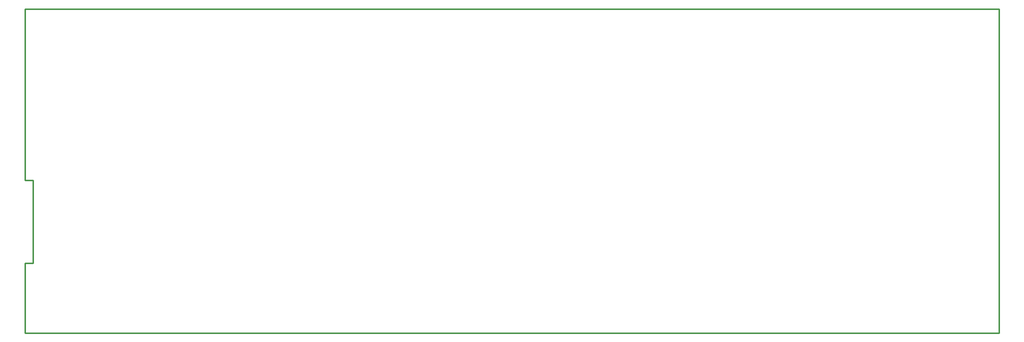
<source format=gko>
G04 Layer: BoardOutlineLayer*
G04 EasyEDA v6.5.23, 2023-06-02 21:13:54*
G04 33ff916c08f040c1a4a9353f5c15a4ee,b642c611f69d48ac97ba22acea37c14c,10*
G04 Gerber Generator version 0.2*
G04 Scale: 100 percent, Rotated: No, Reflected: No *
G04 Dimensions in millimeters *
G04 leading zeros omitted , absolute positions ,4 integer and 5 decimal *
%FSLAX45Y45*%
%MOMM*%

%ADD10C,0.2540*%
%ADD11C,0.2500*%
D10*
X699998Y13299973D02*
G01*
X17199965Y13299973D01*
X17199965Y7799984D01*
X699998Y7799984D01*
X699998Y8989982D02*
G01*
X700023Y7800086D01*
X700023Y13299947D02*
G01*
X699998Y10389979D01*
D11*
X699998Y10389979D02*
G01*
X699998Y10389979D01*
X829998Y10389979D01*
X829998Y8989982D01*
X699998Y8989982D01*

%LPD*%
M02*

</source>
